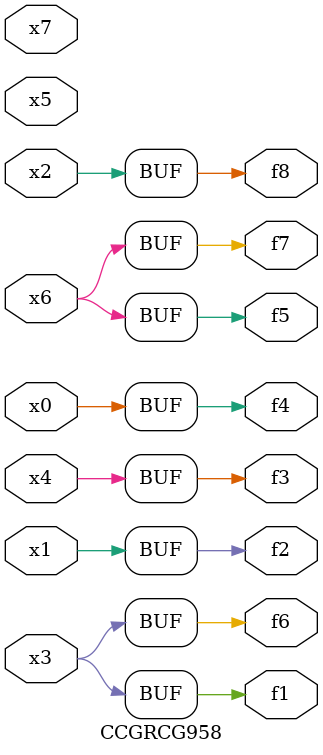
<source format=v>
module CCGRCG958(
	input x0, x1, x2, x3, x4, x5, x6, x7,
	output f1, f2, f3, f4, f5, f6, f7, f8
);
	assign f1 = x3;
	assign f2 = x1;
	assign f3 = x4;
	assign f4 = x0;
	assign f5 = x6;
	assign f6 = x3;
	assign f7 = x6;
	assign f8 = x2;
endmodule

</source>
